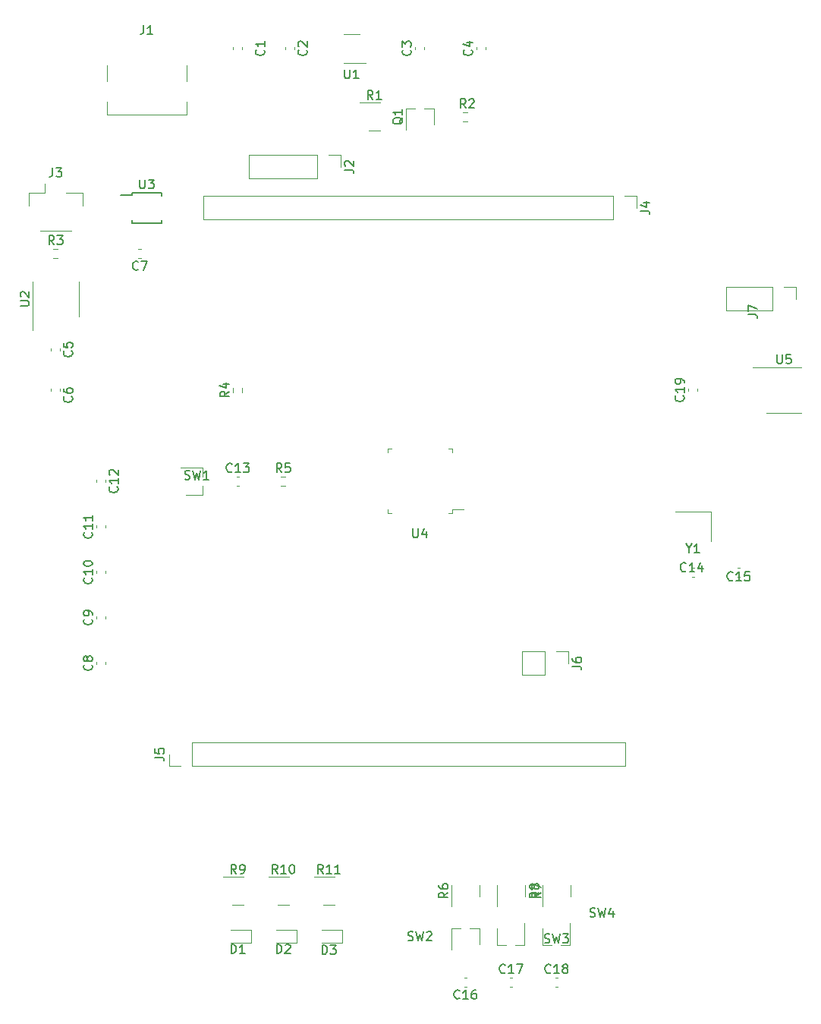
<source format=gbr>
%TF.GenerationSoftware,KiCad,Pcbnew,(6.0.7)*%
%TF.CreationDate,2022-10-07T16:54:50+08:00*%
%TF.ProjectId,__,5c1a2e6b-6963-4616-945f-706362585858,rev?*%
%TF.SameCoordinates,Original*%
%TF.FileFunction,Legend,Top*%
%TF.FilePolarity,Positive*%
%FSLAX46Y46*%
G04 Gerber Fmt 4.6, Leading zero omitted, Abs format (unit mm)*
G04 Created by KiCad (PCBNEW (6.0.7)) date 2022-10-07 16:54:50*
%MOMM*%
%LPD*%
G01*
G04 APERTURE LIST*
%ADD10C,0.150000*%
%ADD11C,0.120000*%
G04 APERTURE END LIST*
D10*
%TO.C,U2*%
X102732380Y-56641904D02*
X103541904Y-56641904D01*
X103637142Y-56594285D01*
X103684761Y-56546666D01*
X103732380Y-56451428D01*
X103732380Y-56260952D01*
X103684761Y-56165714D01*
X103637142Y-56118095D01*
X103541904Y-56070476D01*
X102732380Y-56070476D01*
X102827619Y-55641904D02*
X102780000Y-55594285D01*
X102732380Y-55499047D01*
X102732380Y-55260952D01*
X102780000Y-55165714D01*
X102827619Y-55118095D01*
X102922857Y-55070476D01*
X103018095Y-55070476D01*
X103160952Y-55118095D01*
X103732380Y-55689523D01*
X103732380Y-55070476D01*
%TO.C,C9*%
X110687142Y-91606666D02*
X110734761Y-91654285D01*
X110782380Y-91797142D01*
X110782380Y-91892380D01*
X110734761Y-92035238D01*
X110639523Y-92130476D01*
X110544285Y-92178095D01*
X110353809Y-92225714D01*
X110210952Y-92225714D01*
X110020476Y-92178095D01*
X109925238Y-92130476D01*
X109830000Y-92035238D01*
X109782380Y-91892380D01*
X109782380Y-91797142D01*
X109830000Y-91654285D01*
X109877619Y-91606666D01*
X110782380Y-91130476D02*
X110782380Y-90940000D01*
X110734761Y-90844761D01*
X110687142Y-90797142D01*
X110544285Y-90701904D01*
X110353809Y-90654285D01*
X109972857Y-90654285D01*
X109877619Y-90701904D01*
X109830000Y-90749523D01*
X109782380Y-90844761D01*
X109782380Y-91035238D01*
X109830000Y-91130476D01*
X109877619Y-91178095D01*
X109972857Y-91225714D01*
X110210952Y-91225714D01*
X110306190Y-91178095D01*
X110353809Y-91130476D01*
X110401428Y-91035238D01*
X110401428Y-90844761D01*
X110353809Y-90749523D01*
X110306190Y-90701904D01*
X110210952Y-90654285D01*
%TO.C,R3*%
X106513333Y-49822380D02*
X106180000Y-49346190D01*
X105941904Y-49822380D02*
X105941904Y-48822380D01*
X106322857Y-48822380D01*
X106418095Y-48870000D01*
X106465714Y-48917619D01*
X106513333Y-49012857D01*
X106513333Y-49155714D01*
X106465714Y-49250952D01*
X106418095Y-49298571D01*
X106322857Y-49346190D01*
X105941904Y-49346190D01*
X106846666Y-48822380D02*
X107465714Y-48822380D01*
X107132380Y-49203333D01*
X107275238Y-49203333D01*
X107370476Y-49250952D01*
X107418095Y-49298571D01*
X107465714Y-49393809D01*
X107465714Y-49631904D01*
X107418095Y-49727142D01*
X107370476Y-49774761D01*
X107275238Y-49822380D01*
X106989523Y-49822380D01*
X106894285Y-49774761D01*
X106846666Y-49727142D01*
%TO.C,U1*%
X138938095Y-30292380D02*
X138938095Y-31101904D01*
X138985714Y-31197142D01*
X139033333Y-31244761D01*
X139128571Y-31292380D01*
X139319047Y-31292380D01*
X139414285Y-31244761D01*
X139461904Y-31197142D01*
X139509523Y-31101904D01*
X139509523Y-30292380D01*
X140509523Y-31292380D02*
X139938095Y-31292380D01*
X140223809Y-31292380D02*
X140223809Y-30292380D01*
X140128571Y-30435238D01*
X140033333Y-30530476D01*
X139938095Y-30578095D01*
%TO.C,D2*%
X131341904Y-128882380D02*
X131341904Y-127882380D01*
X131580000Y-127882380D01*
X131722857Y-127930000D01*
X131818095Y-128025238D01*
X131865714Y-128120476D01*
X131913333Y-128310952D01*
X131913333Y-128453809D01*
X131865714Y-128644285D01*
X131818095Y-128739523D01*
X131722857Y-128834761D01*
X131580000Y-128882380D01*
X131341904Y-128882380D01*
X132294285Y-127977619D02*
X132341904Y-127930000D01*
X132437142Y-127882380D01*
X132675238Y-127882380D01*
X132770476Y-127930000D01*
X132818095Y-127977619D01*
X132865714Y-128072857D01*
X132865714Y-128168095D01*
X132818095Y-128310952D01*
X132246666Y-128882380D01*
X132865714Y-128882380D01*
%TO.C,C14*%
X177016562Y-86207142D02*
X176968943Y-86254761D01*
X176826086Y-86302380D01*
X176730848Y-86302380D01*
X176587991Y-86254761D01*
X176492753Y-86159523D01*
X176445134Y-86064285D01*
X176397515Y-85873809D01*
X176397515Y-85730952D01*
X176445134Y-85540476D01*
X176492753Y-85445238D01*
X176587991Y-85350000D01*
X176730848Y-85302380D01*
X176826086Y-85302380D01*
X176968943Y-85350000D01*
X177016562Y-85397619D01*
X177968943Y-86302380D02*
X177397515Y-86302380D01*
X177683229Y-86302380D02*
X177683229Y-85302380D01*
X177587991Y-85445238D01*
X177492753Y-85540476D01*
X177397515Y-85588095D01*
X178826086Y-85635714D02*
X178826086Y-86302380D01*
X178587991Y-85254761D02*
X178349896Y-85969047D01*
X178968943Y-85969047D01*
%TO.C,C3*%
X146247142Y-28106666D02*
X146294761Y-28154285D01*
X146342380Y-28297142D01*
X146342380Y-28392380D01*
X146294761Y-28535238D01*
X146199523Y-28630476D01*
X146104285Y-28678095D01*
X145913809Y-28725714D01*
X145770952Y-28725714D01*
X145580476Y-28678095D01*
X145485238Y-28630476D01*
X145390000Y-28535238D01*
X145342380Y-28392380D01*
X145342380Y-28297142D01*
X145390000Y-28154285D01*
X145437619Y-28106666D01*
X145342380Y-27773333D02*
X145342380Y-27154285D01*
X145723333Y-27487619D01*
X145723333Y-27344761D01*
X145770952Y-27249523D01*
X145818571Y-27201904D01*
X145913809Y-27154285D01*
X146151904Y-27154285D01*
X146247142Y-27201904D01*
X146294761Y-27249523D01*
X146342380Y-27344761D01*
X146342380Y-27630476D01*
X146294761Y-27725714D01*
X146247142Y-27773333D01*
%TO.C,SW3*%
X161226666Y-127674761D02*
X161369523Y-127722380D01*
X161607619Y-127722380D01*
X161702857Y-127674761D01*
X161750476Y-127627142D01*
X161798095Y-127531904D01*
X161798095Y-127436666D01*
X161750476Y-127341428D01*
X161702857Y-127293809D01*
X161607619Y-127246190D01*
X161417142Y-127198571D01*
X161321904Y-127150952D01*
X161274285Y-127103333D01*
X161226666Y-127008095D01*
X161226666Y-126912857D01*
X161274285Y-126817619D01*
X161321904Y-126770000D01*
X161417142Y-126722380D01*
X161655238Y-126722380D01*
X161798095Y-126770000D01*
X162131428Y-126722380D02*
X162369523Y-127722380D01*
X162560000Y-127008095D01*
X162750476Y-127722380D01*
X162988571Y-126722380D01*
X163274285Y-126722380D02*
X163893333Y-126722380D01*
X163560000Y-127103333D01*
X163702857Y-127103333D01*
X163798095Y-127150952D01*
X163845714Y-127198571D01*
X163893333Y-127293809D01*
X163893333Y-127531904D01*
X163845714Y-127627142D01*
X163798095Y-127674761D01*
X163702857Y-127722380D01*
X163417142Y-127722380D01*
X163321904Y-127674761D01*
X163274285Y-127627142D01*
%TO.C,J1*%
X116506666Y-25352380D02*
X116506666Y-26066666D01*
X116459047Y-26209523D01*
X116363809Y-26304761D01*
X116220952Y-26352380D01*
X116125714Y-26352380D01*
X117506666Y-26352380D02*
X116935238Y-26352380D01*
X117220952Y-26352380D02*
X117220952Y-25352380D01*
X117125714Y-25495238D01*
X117030476Y-25590476D01*
X116935238Y-25638095D01*
%TO.C,R4*%
X126022380Y-66206666D02*
X125546190Y-66540000D01*
X126022380Y-66778095D02*
X125022380Y-66778095D01*
X125022380Y-66397142D01*
X125070000Y-66301904D01*
X125117619Y-66254285D01*
X125212857Y-66206666D01*
X125355714Y-66206666D01*
X125450952Y-66254285D01*
X125498571Y-66301904D01*
X125546190Y-66397142D01*
X125546190Y-66778095D01*
X125355714Y-65349523D02*
X126022380Y-65349523D01*
X124974761Y-65587619D02*
X125689047Y-65825714D01*
X125689047Y-65206666D01*
%TO.C,R10*%
X131437142Y-119972380D02*
X131103809Y-119496190D01*
X130865714Y-119972380D02*
X130865714Y-118972380D01*
X131246666Y-118972380D01*
X131341904Y-119020000D01*
X131389523Y-119067619D01*
X131437142Y-119162857D01*
X131437142Y-119305714D01*
X131389523Y-119400952D01*
X131341904Y-119448571D01*
X131246666Y-119496190D01*
X130865714Y-119496190D01*
X132389523Y-119972380D02*
X131818095Y-119972380D01*
X132103809Y-119972380D02*
X132103809Y-118972380D01*
X132008571Y-119115238D01*
X131913333Y-119210476D01*
X131818095Y-119258095D01*
X133008571Y-118972380D02*
X133103809Y-118972380D01*
X133199047Y-119020000D01*
X133246666Y-119067619D01*
X133294285Y-119162857D01*
X133341904Y-119353333D01*
X133341904Y-119591428D01*
X133294285Y-119781904D01*
X133246666Y-119877142D01*
X133199047Y-119924761D01*
X133103809Y-119972380D01*
X133008571Y-119972380D01*
X132913333Y-119924761D01*
X132865714Y-119877142D01*
X132818095Y-119781904D01*
X132770476Y-119591428D01*
X132770476Y-119353333D01*
X132818095Y-119162857D01*
X132865714Y-119067619D01*
X132913333Y-119020000D01*
X133008571Y-118972380D01*
%TO.C,C4*%
X153092142Y-28106666D02*
X153139761Y-28154285D01*
X153187380Y-28297142D01*
X153187380Y-28392380D01*
X153139761Y-28535238D01*
X153044523Y-28630476D01*
X152949285Y-28678095D01*
X152758809Y-28725714D01*
X152615952Y-28725714D01*
X152425476Y-28678095D01*
X152330238Y-28630476D01*
X152235000Y-28535238D01*
X152187380Y-28392380D01*
X152187380Y-28297142D01*
X152235000Y-28154285D01*
X152282619Y-28106666D01*
X152520714Y-27249523D02*
X153187380Y-27249523D01*
X152139761Y-27487619D02*
X152854047Y-27725714D01*
X152854047Y-27106666D01*
%TO.C,R1*%
X142073333Y-33612380D02*
X141740000Y-33136190D01*
X141501904Y-33612380D02*
X141501904Y-32612380D01*
X141882857Y-32612380D01*
X141978095Y-32660000D01*
X142025714Y-32707619D01*
X142073333Y-32802857D01*
X142073333Y-32945714D01*
X142025714Y-33040952D01*
X141978095Y-33088571D01*
X141882857Y-33136190D01*
X141501904Y-33136190D01*
X143025714Y-33612380D02*
X142454285Y-33612380D01*
X142740000Y-33612380D02*
X142740000Y-32612380D01*
X142644761Y-32755238D01*
X142549523Y-32850476D01*
X142454285Y-32898095D01*
%TO.C,C11*%
X110687142Y-81922857D02*
X110734761Y-81970476D01*
X110782380Y-82113333D01*
X110782380Y-82208571D01*
X110734761Y-82351428D01*
X110639523Y-82446666D01*
X110544285Y-82494285D01*
X110353809Y-82541904D01*
X110210952Y-82541904D01*
X110020476Y-82494285D01*
X109925238Y-82446666D01*
X109830000Y-82351428D01*
X109782380Y-82208571D01*
X109782380Y-82113333D01*
X109830000Y-81970476D01*
X109877619Y-81922857D01*
X110782380Y-80970476D02*
X110782380Y-81541904D01*
X110782380Y-81256190D02*
X109782380Y-81256190D01*
X109925238Y-81351428D01*
X110020476Y-81446666D01*
X110068095Y-81541904D01*
X110782380Y-80018095D02*
X110782380Y-80589523D01*
X110782380Y-80303809D02*
X109782380Y-80303809D01*
X109925238Y-80399047D01*
X110020476Y-80494285D01*
X110068095Y-80589523D01*
%TO.C,J2*%
X138942380Y-41473333D02*
X139656666Y-41473333D01*
X139799523Y-41520952D01*
X139894761Y-41616190D01*
X139942380Y-41759047D01*
X139942380Y-41854285D01*
X139037619Y-41044761D02*
X138990000Y-40997142D01*
X138942380Y-40901904D01*
X138942380Y-40663809D01*
X138990000Y-40568571D01*
X139037619Y-40520952D01*
X139132857Y-40473333D01*
X139228095Y-40473333D01*
X139370952Y-40520952D01*
X139942380Y-41092380D01*
X139942380Y-40473333D01*
%TO.C,Y1*%
X177323809Y-83706190D02*
X177323809Y-84182380D01*
X176990476Y-83182380D02*
X177323809Y-83706190D01*
X177657142Y-83182380D01*
X178514285Y-84182380D02*
X177942857Y-84182380D01*
X178228571Y-84182380D02*
X178228571Y-83182380D01*
X178133333Y-83325238D01*
X178038095Y-83420476D01*
X177942857Y-83468095D01*
%TO.C,D3*%
X136421904Y-128976380D02*
X136421904Y-127976380D01*
X136660000Y-127976380D01*
X136802857Y-128024000D01*
X136898095Y-128119238D01*
X136945714Y-128214476D01*
X136993333Y-128404952D01*
X136993333Y-128547809D01*
X136945714Y-128738285D01*
X136898095Y-128833523D01*
X136802857Y-128928761D01*
X136660000Y-128976380D01*
X136421904Y-128976380D01*
X137326666Y-127976380D02*
X137945714Y-127976380D01*
X137612380Y-128357333D01*
X137755238Y-128357333D01*
X137850476Y-128404952D01*
X137898095Y-128452571D01*
X137945714Y-128547809D01*
X137945714Y-128785904D01*
X137898095Y-128881142D01*
X137850476Y-128928761D01*
X137755238Y-128976380D01*
X137469523Y-128976380D01*
X137374285Y-128928761D01*
X137326666Y-128881142D01*
%TO.C,C16*%
X151757142Y-133867142D02*
X151709523Y-133914761D01*
X151566666Y-133962380D01*
X151471428Y-133962380D01*
X151328571Y-133914761D01*
X151233333Y-133819523D01*
X151185714Y-133724285D01*
X151138095Y-133533809D01*
X151138095Y-133390952D01*
X151185714Y-133200476D01*
X151233333Y-133105238D01*
X151328571Y-133010000D01*
X151471428Y-132962380D01*
X151566666Y-132962380D01*
X151709523Y-133010000D01*
X151757142Y-133057619D01*
X152709523Y-133962380D02*
X152138095Y-133962380D01*
X152423809Y-133962380D02*
X152423809Y-132962380D01*
X152328571Y-133105238D01*
X152233333Y-133200476D01*
X152138095Y-133248095D01*
X153566666Y-132962380D02*
X153376190Y-132962380D01*
X153280952Y-133010000D01*
X153233333Y-133057619D01*
X153138095Y-133200476D01*
X153090476Y-133390952D01*
X153090476Y-133771904D01*
X153138095Y-133867142D01*
X153185714Y-133914761D01*
X153280952Y-133962380D01*
X153471428Y-133962380D01*
X153566666Y-133914761D01*
X153614285Y-133867142D01*
X153661904Y-133771904D01*
X153661904Y-133533809D01*
X153614285Y-133438571D01*
X153566666Y-133390952D01*
X153471428Y-133343333D01*
X153280952Y-133343333D01*
X153185714Y-133390952D01*
X153138095Y-133438571D01*
X153090476Y-133533809D01*
%TO.C,U4*%
X146558095Y-81502380D02*
X146558095Y-82311904D01*
X146605714Y-82407142D01*
X146653333Y-82454761D01*
X146748571Y-82502380D01*
X146939047Y-82502380D01*
X147034285Y-82454761D01*
X147081904Y-82407142D01*
X147129523Y-82311904D01*
X147129523Y-81502380D01*
X148034285Y-81835714D02*
X148034285Y-82502380D01*
X147796190Y-81454761D02*
X147558095Y-82169047D01*
X148177142Y-82169047D01*
%TO.C,C17*%
X156837142Y-131007142D02*
X156789523Y-131054761D01*
X156646666Y-131102380D01*
X156551428Y-131102380D01*
X156408571Y-131054761D01*
X156313333Y-130959523D01*
X156265714Y-130864285D01*
X156218095Y-130673809D01*
X156218095Y-130530952D01*
X156265714Y-130340476D01*
X156313333Y-130245238D01*
X156408571Y-130150000D01*
X156551428Y-130102380D01*
X156646666Y-130102380D01*
X156789523Y-130150000D01*
X156837142Y-130197619D01*
X157789523Y-131102380D02*
X157218095Y-131102380D01*
X157503809Y-131102380D02*
X157503809Y-130102380D01*
X157408571Y-130245238D01*
X157313333Y-130340476D01*
X157218095Y-130388095D01*
X158122857Y-130102380D02*
X158789523Y-130102380D01*
X158360952Y-131102380D01*
%TO.C,C13*%
X126357142Y-75127142D02*
X126309523Y-75174761D01*
X126166666Y-75222380D01*
X126071428Y-75222380D01*
X125928571Y-75174761D01*
X125833333Y-75079523D01*
X125785714Y-74984285D01*
X125738095Y-74793809D01*
X125738095Y-74650952D01*
X125785714Y-74460476D01*
X125833333Y-74365238D01*
X125928571Y-74270000D01*
X126071428Y-74222380D01*
X126166666Y-74222380D01*
X126309523Y-74270000D01*
X126357142Y-74317619D01*
X127309523Y-75222380D02*
X126738095Y-75222380D01*
X127023809Y-75222380D02*
X127023809Y-74222380D01*
X126928571Y-74365238D01*
X126833333Y-74460476D01*
X126738095Y-74508095D01*
X127642857Y-74222380D02*
X128261904Y-74222380D01*
X127928571Y-74603333D01*
X128071428Y-74603333D01*
X128166666Y-74650952D01*
X128214285Y-74698571D01*
X128261904Y-74793809D01*
X128261904Y-75031904D01*
X128214285Y-75127142D01*
X128166666Y-75174761D01*
X128071428Y-75222380D01*
X127785714Y-75222380D01*
X127690476Y-75174761D01*
X127642857Y-75127142D01*
%TO.C,C2*%
X134642142Y-28106666D02*
X134689761Y-28154285D01*
X134737380Y-28297142D01*
X134737380Y-28392380D01*
X134689761Y-28535238D01*
X134594523Y-28630476D01*
X134499285Y-28678095D01*
X134308809Y-28725714D01*
X134165952Y-28725714D01*
X133975476Y-28678095D01*
X133880238Y-28630476D01*
X133785000Y-28535238D01*
X133737380Y-28392380D01*
X133737380Y-28297142D01*
X133785000Y-28154285D01*
X133832619Y-28106666D01*
X133832619Y-27725714D02*
X133785000Y-27678095D01*
X133737380Y-27582857D01*
X133737380Y-27344761D01*
X133785000Y-27249523D01*
X133832619Y-27201904D01*
X133927857Y-27154285D01*
X134023095Y-27154285D01*
X134165952Y-27201904D01*
X134737380Y-27773333D01*
X134737380Y-27154285D01*
%TO.C,C8*%
X110687142Y-96686666D02*
X110734761Y-96734285D01*
X110782380Y-96877142D01*
X110782380Y-96972380D01*
X110734761Y-97115238D01*
X110639523Y-97210476D01*
X110544285Y-97258095D01*
X110353809Y-97305714D01*
X110210952Y-97305714D01*
X110020476Y-97258095D01*
X109925238Y-97210476D01*
X109830000Y-97115238D01*
X109782380Y-96972380D01*
X109782380Y-96877142D01*
X109830000Y-96734285D01*
X109877619Y-96686666D01*
X110210952Y-96115238D02*
X110163333Y-96210476D01*
X110115714Y-96258095D01*
X110020476Y-96305714D01*
X109972857Y-96305714D01*
X109877619Y-96258095D01*
X109830000Y-96210476D01*
X109782380Y-96115238D01*
X109782380Y-95924761D01*
X109830000Y-95829523D01*
X109877619Y-95781904D01*
X109972857Y-95734285D01*
X110020476Y-95734285D01*
X110115714Y-95781904D01*
X110163333Y-95829523D01*
X110210952Y-95924761D01*
X110210952Y-96115238D01*
X110258571Y-96210476D01*
X110306190Y-96258095D01*
X110401428Y-96305714D01*
X110591904Y-96305714D01*
X110687142Y-96258095D01*
X110734761Y-96210476D01*
X110782380Y-96115238D01*
X110782380Y-95924761D01*
X110734761Y-95829523D01*
X110687142Y-95781904D01*
X110591904Y-95734285D01*
X110401428Y-95734285D01*
X110306190Y-95781904D01*
X110258571Y-95829523D01*
X110210952Y-95924761D01*
%TO.C,C5*%
X108467142Y-61688986D02*
X108514761Y-61736605D01*
X108562380Y-61879462D01*
X108562380Y-61974700D01*
X108514761Y-62117558D01*
X108419523Y-62212796D01*
X108324285Y-62260415D01*
X108133809Y-62308034D01*
X107990952Y-62308034D01*
X107800476Y-62260415D01*
X107705238Y-62212796D01*
X107610000Y-62117558D01*
X107562380Y-61974700D01*
X107562380Y-61879462D01*
X107610000Y-61736605D01*
X107657619Y-61688986D01*
X107562380Y-60784224D02*
X107562380Y-61260415D01*
X108038571Y-61308034D01*
X107990952Y-61260415D01*
X107943333Y-61165177D01*
X107943333Y-60927081D01*
X107990952Y-60831843D01*
X108038571Y-60784224D01*
X108133809Y-60736605D01*
X108371904Y-60736605D01*
X108467142Y-60784224D01*
X108514761Y-60831843D01*
X108562380Y-60927081D01*
X108562380Y-61165177D01*
X108514761Y-61260415D01*
X108467142Y-61308034D01*
%TO.C,Q1*%
X145417619Y-35655238D02*
X145370000Y-35750476D01*
X145274761Y-35845714D01*
X145131904Y-35988571D01*
X145084285Y-36083809D01*
X145084285Y-36179047D01*
X145322380Y-36131428D02*
X145274761Y-36226666D01*
X145179523Y-36321904D01*
X144989047Y-36369523D01*
X144655714Y-36369523D01*
X144465238Y-36321904D01*
X144370000Y-36226666D01*
X144322380Y-36131428D01*
X144322380Y-35940952D01*
X144370000Y-35845714D01*
X144465238Y-35750476D01*
X144655714Y-35702857D01*
X144989047Y-35702857D01*
X145179523Y-35750476D01*
X145274761Y-35845714D01*
X145322380Y-35940952D01*
X145322380Y-36131428D01*
X145322380Y-34750476D02*
X145322380Y-35321904D01*
X145322380Y-35036190D02*
X144322380Y-35036190D01*
X144465238Y-35131428D01*
X144560476Y-35226666D01*
X144608095Y-35321904D01*
%TO.C,J6*%
X164342380Y-96853333D02*
X165056666Y-96853333D01*
X165199523Y-96900952D01*
X165294761Y-96996190D01*
X165342380Y-97139047D01*
X165342380Y-97234285D01*
X164342380Y-95948571D02*
X164342380Y-96139047D01*
X164390000Y-96234285D01*
X164437619Y-96281904D01*
X164580476Y-96377142D01*
X164770952Y-96424761D01*
X165151904Y-96424761D01*
X165247142Y-96377142D01*
X165294761Y-96329523D01*
X165342380Y-96234285D01*
X165342380Y-96043809D01*
X165294761Y-95948571D01*
X165247142Y-95900952D01*
X165151904Y-95853333D01*
X164913809Y-95853333D01*
X164818571Y-95900952D01*
X164770952Y-95948571D01*
X164723333Y-96043809D01*
X164723333Y-96234285D01*
X164770952Y-96329523D01*
X164818571Y-96377142D01*
X164913809Y-96424761D01*
%TO.C,SW4*%
X166306666Y-124774761D02*
X166449523Y-124822380D01*
X166687619Y-124822380D01*
X166782857Y-124774761D01*
X166830476Y-124727142D01*
X166878095Y-124631904D01*
X166878095Y-124536666D01*
X166830476Y-124441428D01*
X166782857Y-124393809D01*
X166687619Y-124346190D01*
X166497142Y-124298571D01*
X166401904Y-124250952D01*
X166354285Y-124203333D01*
X166306666Y-124108095D01*
X166306666Y-124012857D01*
X166354285Y-123917619D01*
X166401904Y-123870000D01*
X166497142Y-123822380D01*
X166735238Y-123822380D01*
X166878095Y-123870000D01*
X167211428Y-123822380D02*
X167449523Y-124822380D01*
X167640000Y-124108095D01*
X167830476Y-124822380D01*
X168068571Y-123822380D01*
X168878095Y-124155714D02*
X168878095Y-124822380D01*
X168640000Y-123774761D02*
X168401904Y-124489047D01*
X169020952Y-124489047D01*
%TO.C,SW1*%
X121094666Y-75969761D02*
X121237523Y-76017380D01*
X121475619Y-76017380D01*
X121570857Y-75969761D01*
X121618476Y-75922142D01*
X121666095Y-75826904D01*
X121666095Y-75731666D01*
X121618476Y-75636428D01*
X121570857Y-75588809D01*
X121475619Y-75541190D01*
X121285142Y-75493571D01*
X121189904Y-75445952D01*
X121142285Y-75398333D01*
X121094666Y-75303095D01*
X121094666Y-75207857D01*
X121142285Y-75112619D01*
X121189904Y-75065000D01*
X121285142Y-75017380D01*
X121523238Y-75017380D01*
X121666095Y-75065000D01*
X121999428Y-75017380D02*
X122237523Y-76017380D01*
X122428000Y-75303095D01*
X122618476Y-76017380D01*
X122856571Y-75017380D01*
X123761333Y-76017380D02*
X123189904Y-76017380D01*
X123475619Y-76017380D02*
X123475619Y-75017380D01*
X123380380Y-75160238D01*
X123285142Y-75255476D01*
X123189904Y-75303095D01*
%TO.C,SW2*%
X145986666Y-127404761D02*
X146129523Y-127452380D01*
X146367619Y-127452380D01*
X146462857Y-127404761D01*
X146510476Y-127357142D01*
X146558095Y-127261904D01*
X146558095Y-127166666D01*
X146510476Y-127071428D01*
X146462857Y-127023809D01*
X146367619Y-126976190D01*
X146177142Y-126928571D01*
X146081904Y-126880952D01*
X146034285Y-126833333D01*
X145986666Y-126738095D01*
X145986666Y-126642857D01*
X146034285Y-126547619D01*
X146081904Y-126500000D01*
X146177142Y-126452380D01*
X146415238Y-126452380D01*
X146558095Y-126500000D01*
X146891428Y-126452380D02*
X147129523Y-127452380D01*
X147320000Y-126738095D01*
X147510476Y-127452380D01*
X147748571Y-126452380D01*
X148081904Y-126547619D02*
X148129523Y-126500000D01*
X148224761Y-126452380D01*
X148462857Y-126452380D01*
X148558095Y-126500000D01*
X148605714Y-126547619D01*
X148653333Y-126642857D01*
X148653333Y-126738095D01*
X148605714Y-126880952D01*
X148034285Y-127452380D01*
X148653333Y-127452380D01*
%TO.C,C12*%
X113547142Y-76842857D02*
X113594761Y-76890476D01*
X113642380Y-77033333D01*
X113642380Y-77128571D01*
X113594761Y-77271428D01*
X113499523Y-77366666D01*
X113404285Y-77414285D01*
X113213809Y-77461904D01*
X113070952Y-77461904D01*
X112880476Y-77414285D01*
X112785238Y-77366666D01*
X112690000Y-77271428D01*
X112642380Y-77128571D01*
X112642380Y-77033333D01*
X112690000Y-76890476D01*
X112737619Y-76842857D01*
X113642380Y-75890476D02*
X113642380Y-76461904D01*
X113642380Y-76176190D02*
X112642380Y-76176190D01*
X112785238Y-76271428D01*
X112880476Y-76366666D01*
X112928095Y-76461904D01*
X112737619Y-75509523D02*
X112690000Y-75461904D01*
X112642380Y-75366666D01*
X112642380Y-75128571D01*
X112690000Y-75033333D01*
X112737619Y-74985714D01*
X112832857Y-74938095D01*
X112928095Y-74938095D01*
X113070952Y-74985714D01*
X113642380Y-75557142D01*
X113642380Y-74938095D01*
%TO.C,U3*%
X116078095Y-42572380D02*
X116078095Y-43381904D01*
X116125714Y-43477142D01*
X116173333Y-43524761D01*
X116268571Y-43572380D01*
X116459047Y-43572380D01*
X116554285Y-43524761D01*
X116601904Y-43477142D01*
X116649523Y-43381904D01*
X116649523Y-42572380D01*
X117030476Y-42572380D02*
X117649523Y-42572380D01*
X117316190Y-42953333D01*
X117459047Y-42953333D01*
X117554285Y-43000952D01*
X117601904Y-43048571D01*
X117649523Y-43143809D01*
X117649523Y-43381904D01*
X117601904Y-43477142D01*
X117554285Y-43524761D01*
X117459047Y-43572380D01*
X117173333Y-43572380D01*
X117078095Y-43524761D01*
X117030476Y-43477142D01*
%TO.C,J3*%
X106346666Y-41272380D02*
X106346666Y-41986666D01*
X106299047Y-42129523D01*
X106203809Y-42224761D01*
X106060952Y-42272380D01*
X105965714Y-42272380D01*
X106727619Y-41272380D02*
X107346666Y-41272380D01*
X107013333Y-41653333D01*
X107156190Y-41653333D01*
X107251428Y-41700952D01*
X107299047Y-41748571D01*
X107346666Y-41843809D01*
X107346666Y-42081904D01*
X107299047Y-42177142D01*
X107251428Y-42224761D01*
X107156190Y-42272380D01*
X106870476Y-42272380D01*
X106775238Y-42224761D01*
X106727619Y-42177142D01*
%TO.C,J7*%
X183983380Y-57610333D02*
X184697666Y-57610333D01*
X184840523Y-57657952D01*
X184935761Y-57753190D01*
X184983380Y-57896047D01*
X184983380Y-57991285D01*
X183983380Y-57229380D02*
X183983380Y-56562714D01*
X184983380Y-56991285D01*
%TO.C,J5*%
X117777380Y-107013333D02*
X118491666Y-107013333D01*
X118634523Y-107060952D01*
X118729761Y-107156190D01*
X118777380Y-107299047D01*
X118777380Y-107394285D01*
X117777380Y-106060952D02*
X117777380Y-106537142D01*
X118253571Y-106584761D01*
X118205952Y-106537142D01*
X118158333Y-106441904D01*
X118158333Y-106203809D01*
X118205952Y-106108571D01*
X118253571Y-106060952D01*
X118348809Y-106013333D01*
X118586904Y-106013333D01*
X118682142Y-106060952D01*
X118729761Y-106108571D01*
X118777380Y-106203809D01*
X118777380Y-106441904D01*
X118729761Y-106537142D01*
X118682142Y-106584761D01*
%TO.C,C10*%
X110687142Y-87002857D02*
X110734761Y-87050476D01*
X110782380Y-87193333D01*
X110782380Y-87288571D01*
X110734761Y-87431428D01*
X110639523Y-87526666D01*
X110544285Y-87574285D01*
X110353809Y-87621904D01*
X110210952Y-87621904D01*
X110020476Y-87574285D01*
X109925238Y-87526666D01*
X109830000Y-87431428D01*
X109782380Y-87288571D01*
X109782380Y-87193333D01*
X109830000Y-87050476D01*
X109877619Y-87002857D01*
X110782380Y-86050476D02*
X110782380Y-86621904D01*
X110782380Y-86336190D02*
X109782380Y-86336190D01*
X109925238Y-86431428D01*
X110020476Y-86526666D01*
X110068095Y-86621904D01*
X109782380Y-85431428D02*
X109782380Y-85336190D01*
X109830000Y-85240952D01*
X109877619Y-85193333D01*
X109972857Y-85145714D01*
X110163333Y-85098095D01*
X110401428Y-85098095D01*
X110591904Y-85145714D01*
X110687142Y-85193333D01*
X110734761Y-85240952D01*
X110782380Y-85336190D01*
X110782380Y-85431428D01*
X110734761Y-85526666D01*
X110687142Y-85574285D01*
X110591904Y-85621904D01*
X110401428Y-85669523D01*
X110163333Y-85669523D01*
X109972857Y-85621904D01*
X109877619Y-85574285D01*
X109830000Y-85526666D01*
X109782380Y-85431428D01*
%TO.C,R7*%
X160832380Y-122086666D02*
X160356190Y-122420000D01*
X160832380Y-122658095D02*
X159832380Y-122658095D01*
X159832380Y-122277142D01*
X159880000Y-122181904D01*
X159927619Y-122134285D01*
X160022857Y-122086666D01*
X160165714Y-122086666D01*
X160260952Y-122134285D01*
X160308571Y-122181904D01*
X160356190Y-122277142D01*
X160356190Y-122658095D01*
X159832380Y-121753333D02*
X159832380Y-121086666D01*
X160832380Y-121515238D01*
%TO.C,C1*%
X129897142Y-28106666D02*
X129944761Y-28154285D01*
X129992380Y-28297142D01*
X129992380Y-28392380D01*
X129944761Y-28535238D01*
X129849523Y-28630476D01*
X129754285Y-28678095D01*
X129563809Y-28725714D01*
X129420952Y-28725714D01*
X129230476Y-28678095D01*
X129135238Y-28630476D01*
X129040000Y-28535238D01*
X128992380Y-28392380D01*
X128992380Y-28297142D01*
X129040000Y-28154285D01*
X129087619Y-28106666D01*
X129992380Y-27154285D02*
X129992380Y-27725714D01*
X129992380Y-27440000D02*
X128992380Y-27440000D01*
X129135238Y-27535238D01*
X129230476Y-27630476D01*
X129278095Y-27725714D01*
%TO.C,U5*%
X187183095Y-62092380D02*
X187183095Y-62901904D01*
X187230714Y-62997142D01*
X187278333Y-63044761D01*
X187373571Y-63092380D01*
X187564047Y-63092380D01*
X187659285Y-63044761D01*
X187706904Y-62997142D01*
X187754523Y-62901904D01*
X187754523Y-62092380D01*
X188706904Y-62092380D02*
X188230714Y-62092380D01*
X188183095Y-62568571D01*
X188230714Y-62520952D01*
X188325952Y-62473333D01*
X188564047Y-62473333D01*
X188659285Y-62520952D01*
X188706904Y-62568571D01*
X188754523Y-62663809D01*
X188754523Y-62901904D01*
X188706904Y-62997142D01*
X188659285Y-63044761D01*
X188564047Y-63092380D01*
X188325952Y-63092380D01*
X188230714Y-63044761D01*
X188183095Y-62997142D01*
%TO.C,R6*%
X150452380Y-122086666D02*
X149976190Y-122420000D01*
X150452380Y-122658095D02*
X149452380Y-122658095D01*
X149452380Y-122277142D01*
X149500000Y-122181904D01*
X149547619Y-122134285D01*
X149642857Y-122086666D01*
X149785714Y-122086666D01*
X149880952Y-122134285D01*
X149928571Y-122181904D01*
X149976190Y-122277142D01*
X149976190Y-122658095D01*
X149452380Y-121229523D02*
X149452380Y-121420000D01*
X149500000Y-121515238D01*
X149547619Y-121562857D01*
X149690476Y-121658095D01*
X149880952Y-121705714D01*
X150261904Y-121705714D01*
X150357142Y-121658095D01*
X150404761Y-121610476D01*
X150452380Y-121515238D01*
X150452380Y-121324761D01*
X150404761Y-121229523D01*
X150357142Y-121181904D01*
X150261904Y-121134285D01*
X150023809Y-121134285D01*
X149928571Y-121181904D01*
X149880952Y-121229523D01*
X149833333Y-121324761D01*
X149833333Y-121515238D01*
X149880952Y-121610476D01*
X149928571Y-121658095D01*
X150023809Y-121705714D01*
%TO.C,C18*%
X161917142Y-131007142D02*
X161869523Y-131054761D01*
X161726666Y-131102380D01*
X161631428Y-131102380D01*
X161488571Y-131054761D01*
X161393333Y-130959523D01*
X161345714Y-130864285D01*
X161298095Y-130673809D01*
X161298095Y-130530952D01*
X161345714Y-130340476D01*
X161393333Y-130245238D01*
X161488571Y-130150000D01*
X161631428Y-130102380D01*
X161726666Y-130102380D01*
X161869523Y-130150000D01*
X161917142Y-130197619D01*
X162869523Y-131102380D02*
X162298095Y-131102380D01*
X162583809Y-131102380D02*
X162583809Y-130102380D01*
X162488571Y-130245238D01*
X162393333Y-130340476D01*
X162298095Y-130388095D01*
X163440952Y-130530952D02*
X163345714Y-130483333D01*
X163298095Y-130435714D01*
X163250476Y-130340476D01*
X163250476Y-130292857D01*
X163298095Y-130197619D01*
X163345714Y-130150000D01*
X163440952Y-130102380D01*
X163631428Y-130102380D01*
X163726666Y-130150000D01*
X163774285Y-130197619D01*
X163821904Y-130292857D01*
X163821904Y-130340476D01*
X163774285Y-130435714D01*
X163726666Y-130483333D01*
X163631428Y-130530952D01*
X163440952Y-130530952D01*
X163345714Y-130578571D01*
X163298095Y-130626190D01*
X163250476Y-130721428D01*
X163250476Y-130911904D01*
X163298095Y-131007142D01*
X163345714Y-131054761D01*
X163440952Y-131102380D01*
X163631428Y-131102380D01*
X163726666Y-131054761D01*
X163774285Y-131007142D01*
X163821904Y-130911904D01*
X163821904Y-130721428D01*
X163774285Y-130626190D01*
X163726666Y-130578571D01*
X163631428Y-130530952D01*
%TO.C,C15*%
X182237142Y-87227142D02*
X182189523Y-87274761D01*
X182046666Y-87322380D01*
X181951428Y-87322380D01*
X181808571Y-87274761D01*
X181713333Y-87179523D01*
X181665714Y-87084285D01*
X181618095Y-86893809D01*
X181618095Y-86750952D01*
X181665714Y-86560476D01*
X181713333Y-86465238D01*
X181808571Y-86370000D01*
X181951428Y-86322380D01*
X182046666Y-86322380D01*
X182189523Y-86370000D01*
X182237142Y-86417619D01*
X183189523Y-87322380D02*
X182618095Y-87322380D01*
X182903809Y-87322380D02*
X182903809Y-86322380D01*
X182808571Y-86465238D01*
X182713333Y-86560476D01*
X182618095Y-86608095D01*
X184094285Y-86322380D02*
X183618095Y-86322380D01*
X183570476Y-86798571D01*
X183618095Y-86750952D01*
X183713333Y-86703333D01*
X183951428Y-86703333D01*
X184046666Y-86750952D01*
X184094285Y-86798571D01*
X184141904Y-86893809D01*
X184141904Y-87131904D01*
X184094285Y-87227142D01*
X184046666Y-87274761D01*
X183951428Y-87322380D01*
X183713333Y-87322380D01*
X183618095Y-87274761D01*
X183570476Y-87227142D01*
%TO.C,C19*%
X176712142Y-66682857D02*
X176759761Y-66730476D01*
X176807380Y-66873333D01*
X176807380Y-66968571D01*
X176759761Y-67111428D01*
X176664523Y-67206666D01*
X176569285Y-67254285D01*
X176378809Y-67301904D01*
X176235952Y-67301904D01*
X176045476Y-67254285D01*
X175950238Y-67206666D01*
X175855000Y-67111428D01*
X175807380Y-66968571D01*
X175807380Y-66873333D01*
X175855000Y-66730476D01*
X175902619Y-66682857D01*
X176807380Y-65730476D02*
X176807380Y-66301904D01*
X176807380Y-66016190D02*
X175807380Y-66016190D01*
X175950238Y-66111428D01*
X176045476Y-66206666D01*
X176093095Y-66301904D01*
X176807380Y-65254285D02*
X176807380Y-65063809D01*
X176759761Y-64968571D01*
X176712142Y-64920952D01*
X176569285Y-64825714D01*
X176378809Y-64778095D01*
X175997857Y-64778095D01*
X175902619Y-64825714D01*
X175855000Y-64873333D01*
X175807380Y-64968571D01*
X175807380Y-65159047D01*
X175855000Y-65254285D01*
X175902619Y-65301904D01*
X175997857Y-65349523D01*
X176235952Y-65349523D01*
X176331190Y-65301904D01*
X176378809Y-65254285D01*
X176426428Y-65159047D01*
X176426428Y-64968571D01*
X176378809Y-64873333D01*
X176331190Y-64825714D01*
X176235952Y-64778095D01*
%TO.C,R5*%
X131913333Y-75222380D02*
X131580000Y-74746190D01*
X131341904Y-75222380D02*
X131341904Y-74222380D01*
X131722857Y-74222380D01*
X131818095Y-74270000D01*
X131865714Y-74317619D01*
X131913333Y-74412857D01*
X131913333Y-74555714D01*
X131865714Y-74650952D01*
X131818095Y-74698571D01*
X131722857Y-74746190D01*
X131341904Y-74746190D01*
X132818095Y-74222380D02*
X132341904Y-74222380D01*
X132294285Y-74698571D01*
X132341904Y-74650952D01*
X132437142Y-74603333D01*
X132675238Y-74603333D01*
X132770476Y-74650952D01*
X132818095Y-74698571D01*
X132865714Y-74793809D01*
X132865714Y-75031904D01*
X132818095Y-75127142D01*
X132770476Y-75174761D01*
X132675238Y-75222380D01*
X132437142Y-75222380D01*
X132341904Y-75174761D01*
X132294285Y-75127142D01*
%TO.C,C6*%
X108467142Y-66768986D02*
X108514761Y-66816605D01*
X108562380Y-66959462D01*
X108562380Y-67054700D01*
X108514761Y-67197558D01*
X108419523Y-67292796D01*
X108324285Y-67340415D01*
X108133809Y-67388034D01*
X107990952Y-67388034D01*
X107800476Y-67340415D01*
X107705238Y-67292796D01*
X107610000Y-67197558D01*
X107562380Y-67054700D01*
X107562380Y-66959462D01*
X107610000Y-66816605D01*
X107657619Y-66768986D01*
X107562380Y-65911843D02*
X107562380Y-66102320D01*
X107610000Y-66197558D01*
X107657619Y-66245177D01*
X107800476Y-66340415D01*
X107990952Y-66388034D01*
X108371904Y-66388034D01*
X108467142Y-66340415D01*
X108514761Y-66292796D01*
X108562380Y-66197558D01*
X108562380Y-66007081D01*
X108514761Y-65911843D01*
X108467142Y-65864224D01*
X108371904Y-65816605D01*
X108133809Y-65816605D01*
X108038571Y-65864224D01*
X107990952Y-65911843D01*
X107943333Y-66007081D01*
X107943333Y-66197558D01*
X107990952Y-66292796D01*
X108038571Y-66340415D01*
X108133809Y-66388034D01*
%TO.C,C7*%
X115898333Y-52587142D02*
X115850714Y-52634761D01*
X115707857Y-52682380D01*
X115612619Y-52682380D01*
X115469761Y-52634761D01*
X115374523Y-52539523D01*
X115326904Y-52444285D01*
X115279285Y-52253809D01*
X115279285Y-52110952D01*
X115326904Y-51920476D01*
X115374523Y-51825238D01*
X115469761Y-51730000D01*
X115612619Y-51682380D01*
X115707857Y-51682380D01*
X115850714Y-51730000D01*
X115898333Y-51777619D01*
X116231666Y-51682380D02*
X116898333Y-51682380D01*
X116469761Y-52682380D01*
%TO.C,R9*%
X126833333Y-119972380D02*
X126500000Y-119496190D01*
X126261904Y-119972380D02*
X126261904Y-118972380D01*
X126642857Y-118972380D01*
X126738095Y-119020000D01*
X126785714Y-119067619D01*
X126833333Y-119162857D01*
X126833333Y-119305714D01*
X126785714Y-119400952D01*
X126738095Y-119448571D01*
X126642857Y-119496190D01*
X126261904Y-119496190D01*
X127309523Y-119972380D02*
X127500000Y-119972380D01*
X127595238Y-119924761D01*
X127642857Y-119877142D01*
X127738095Y-119734285D01*
X127785714Y-119543809D01*
X127785714Y-119162857D01*
X127738095Y-119067619D01*
X127690476Y-119020000D01*
X127595238Y-118972380D01*
X127404761Y-118972380D01*
X127309523Y-119020000D01*
X127261904Y-119067619D01*
X127214285Y-119162857D01*
X127214285Y-119400952D01*
X127261904Y-119496190D01*
X127309523Y-119543809D01*
X127404761Y-119591428D01*
X127595238Y-119591428D01*
X127690476Y-119543809D01*
X127738095Y-119496190D01*
X127785714Y-119400952D01*
%TO.C,R2*%
X152443333Y-34582380D02*
X152110000Y-34106190D01*
X151871904Y-34582380D02*
X151871904Y-33582380D01*
X152252857Y-33582380D01*
X152348095Y-33630000D01*
X152395714Y-33677619D01*
X152443333Y-33772857D01*
X152443333Y-33915714D01*
X152395714Y-34010952D01*
X152348095Y-34058571D01*
X152252857Y-34106190D01*
X151871904Y-34106190D01*
X152824285Y-33677619D02*
X152871904Y-33630000D01*
X152967142Y-33582380D01*
X153205238Y-33582380D01*
X153300476Y-33630000D01*
X153348095Y-33677619D01*
X153395714Y-33772857D01*
X153395714Y-33868095D01*
X153348095Y-34010952D01*
X152776666Y-34582380D01*
X153395714Y-34582380D01*
%TO.C,R8*%
X160612380Y-122086666D02*
X160136190Y-122420000D01*
X160612380Y-122658095D02*
X159612380Y-122658095D01*
X159612380Y-122277142D01*
X159660000Y-122181904D01*
X159707619Y-122134285D01*
X159802857Y-122086666D01*
X159945714Y-122086666D01*
X160040952Y-122134285D01*
X160088571Y-122181904D01*
X160136190Y-122277142D01*
X160136190Y-122658095D01*
X160040952Y-121515238D02*
X159993333Y-121610476D01*
X159945714Y-121658095D01*
X159850476Y-121705714D01*
X159802857Y-121705714D01*
X159707619Y-121658095D01*
X159660000Y-121610476D01*
X159612380Y-121515238D01*
X159612380Y-121324761D01*
X159660000Y-121229523D01*
X159707619Y-121181904D01*
X159802857Y-121134285D01*
X159850476Y-121134285D01*
X159945714Y-121181904D01*
X159993333Y-121229523D01*
X160040952Y-121324761D01*
X160040952Y-121515238D01*
X160088571Y-121610476D01*
X160136190Y-121658095D01*
X160231428Y-121705714D01*
X160421904Y-121705714D01*
X160517142Y-121658095D01*
X160564761Y-121610476D01*
X160612380Y-121515238D01*
X160612380Y-121324761D01*
X160564761Y-121229523D01*
X160517142Y-121181904D01*
X160421904Y-121134285D01*
X160231428Y-121134285D01*
X160136190Y-121181904D01*
X160088571Y-121229523D01*
X160040952Y-121324761D01*
%TO.C,R11*%
X136517142Y-119972380D02*
X136183809Y-119496190D01*
X135945714Y-119972380D02*
X135945714Y-118972380D01*
X136326666Y-118972380D01*
X136421904Y-119020000D01*
X136469523Y-119067619D01*
X136517142Y-119162857D01*
X136517142Y-119305714D01*
X136469523Y-119400952D01*
X136421904Y-119448571D01*
X136326666Y-119496190D01*
X135945714Y-119496190D01*
X137469523Y-119972380D02*
X136898095Y-119972380D01*
X137183809Y-119972380D02*
X137183809Y-118972380D01*
X137088571Y-119115238D01*
X136993333Y-119210476D01*
X136898095Y-119258095D01*
X138421904Y-119972380D02*
X137850476Y-119972380D01*
X138136190Y-119972380D02*
X138136190Y-118972380D01*
X138040952Y-119115238D01*
X137945714Y-119210476D01*
X137850476Y-119258095D01*
%TO.C,D1*%
X126261904Y-128882380D02*
X126261904Y-127882380D01*
X126500000Y-127882380D01*
X126642857Y-127930000D01*
X126738095Y-128025238D01*
X126785714Y-128120476D01*
X126833333Y-128310952D01*
X126833333Y-128453809D01*
X126785714Y-128644285D01*
X126738095Y-128739523D01*
X126642857Y-128834761D01*
X126500000Y-128882380D01*
X126261904Y-128882380D01*
X127785714Y-128882380D02*
X127214285Y-128882380D01*
X127500000Y-128882380D02*
X127500000Y-127882380D01*
X127404761Y-128025238D01*
X127309523Y-128120476D01*
X127214285Y-128168095D01*
%TO.C,J4*%
X171962380Y-46053333D02*
X172676666Y-46053333D01*
X172819523Y-46100952D01*
X172914761Y-46196190D01*
X172962380Y-46339047D01*
X172962380Y-46434285D01*
X172295714Y-45148571D02*
X172962380Y-45148571D01*
X171914761Y-45386666D02*
X172629047Y-45624761D01*
X172629047Y-45005714D01*
D11*
%TO.C,U2*%
X109240000Y-55880000D02*
X109240000Y-57830000D01*
X104120000Y-55880000D02*
X104120000Y-53930000D01*
X104120000Y-55880000D02*
X104120000Y-59330000D01*
X109240000Y-55880000D02*
X109240000Y-53930000D01*
%TO.C,C9*%
X111250000Y-91580580D02*
X111250000Y-91299420D01*
X112270000Y-91580580D02*
X112270000Y-91299420D01*
%TO.C,R3*%
X106442742Y-51322500D02*
X106917258Y-51322500D01*
X106442742Y-50277500D02*
X106917258Y-50277500D01*
%TO.C,U1*%
X140600000Y-26330000D02*
X138800000Y-26330000D01*
X138800000Y-29550000D02*
X141250000Y-29550000D01*
%TO.C,D2*%
X131280000Y-127735000D02*
X133565000Y-127735000D01*
X133565000Y-126265000D02*
X131280000Y-126265000D01*
X133565000Y-127735000D02*
X133565000Y-126265000D01*
%TO.C,C14*%
X177940580Y-85850000D02*
X177659420Y-85850000D01*
X177940580Y-86870000D02*
X177659420Y-86870000D01*
%TO.C,C3*%
X147830000Y-28080580D02*
X147830000Y-27799420D01*
X146810000Y-28080580D02*
X146810000Y-27799420D01*
%TO.C,SW3*%
X158980000Y-127950000D02*
X157980000Y-127950000D01*
X156980000Y-127950000D02*
X155930000Y-127950000D01*
X155930000Y-127950000D02*
X155930000Y-126100000D01*
X158990000Y-127930000D02*
X158990000Y-125500000D01*
%TO.C,J1*%
X121310000Y-35320000D02*
X112370000Y-35320000D01*
X121310000Y-29810000D02*
X121310000Y-31610000D01*
X112370000Y-35320000D02*
X112370000Y-33860000D01*
X112370000Y-29810000D02*
X112370000Y-31610000D01*
X121310000Y-35320000D02*
X121310000Y-33860000D01*
%TO.C,R4*%
X126477500Y-66277258D02*
X126477500Y-65802742D01*
X127522500Y-66277258D02*
X127522500Y-65802742D01*
%TO.C,R10*%
X132080000Y-120360000D02*
X130405000Y-120360000D01*
X132080000Y-123480000D02*
X131430000Y-123480000D01*
X132080000Y-120360000D02*
X132730000Y-120360000D01*
X132080000Y-123480000D02*
X132730000Y-123480000D01*
%TO.C,C4*%
X154675000Y-28080580D02*
X154675000Y-27799420D01*
X153655000Y-28080580D02*
X153655000Y-27799420D01*
%TO.C,R1*%
X142240000Y-34000000D02*
X140565000Y-34000000D01*
X142240000Y-37120000D02*
X141590000Y-37120000D01*
X142240000Y-37120000D02*
X142890000Y-37120000D01*
X142240000Y-34000000D02*
X142890000Y-34000000D01*
%TO.C,C11*%
X111250000Y-81420580D02*
X111250000Y-81139420D01*
X112270000Y-81420580D02*
X112270000Y-81139420D01*
%TO.C,J2*%
X138490000Y-39810000D02*
X138490000Y-41140000D01*
X128210000Y-39810000D02*
X128210000Y-42470000D01*
X137160000Y-39810000D02*
X138490000Y-39810000D01*
X135890000Y-39810000D02*
X128210000Y-39810000D01*
X135890000Y-42470000D02*
X128210000Y-42470000D01*
X135890000Y-39810000D02*
X135890000Y-42470000D01*
%TO.C,Y1*%
X179800000Y-82930000D02*
X179800000Y-79630000D01*
X179800000Y-79630000D02*
X175800000Y-79630000D01*
%TO.C,D3*%
X138645000Y-127735000D02*
X138645000Y-126265000D01*
X136360000Y-127735000D02*
X138645000Y-127735000D01*
X138645000Y-126265000D02*
X136360000Y-126265000D01*
%TO.C,C16*%
X152540580Y-132590000D02*
X152259420Y-132590000D01*
X152540580Y-131570000D02*
X152259420Y-131570000D01*
%TO.C,U4*%
X150480000Y-72590000D02*
X150930000Y-72590000D01*
X150930000Y-79360000D02*
X152220000Y-79360000D01*
X150480000Y-79810000D02*
X150930000Y-79810000D01*
X150930000Y-72590000D02*
X150930000Y-73040000D01*
X144160000Y-79810000D02*
X143710000Y-79810000D01*
X150930000Y-79810000D02*
X150930000Y-79360000D01*
X144160000Y-72590000D02*
X143710000Y-72590000D01*
X143710000Y-72590000D02*
X143710000Y-73040000D01*
X143710000Y-79810000D02*
X143710000Y-79360000D01*
%TO.C,C17*%
X157339420Y-131570000D02*
X157620580Y-131570000D01*
X157339420Y-132590000D02*
X157620580Y-132590000D01*
%TO.C,C13*%
X126859420Y-75690000D02*
X127140580Y-75690000D01*
X126859420Y-76710000D02*
X127140580Y-76710000D01*
%TO.C,C2*%
X133365000Y-27799420D02*
X133365000Y-28080580D01*
X132345000Y-27799420D02*
X132345000Y-28080580D01*
%TO.C,C8*%
X112270000Y-96660580D02*
X112270000Y-96379420D01*
X111250000Y-96660580D02*
X111250000Y-96379420D01*
%TO.C,C5*%
X106170000Y-61381740D02*
X106170000Y-61662900D01*
X107190000Y-61381740D02*
X107190000Y-61662900D01*
%TO.C,Q1*%
X145810000Y-34630000D02*
X145810000Y-37060000D01*
X145820000Y-34610000D02*
X146820000Y-34610000D01*
X147820000Y-34610000D02*
X148870000Y-34610000D01*
X148870000Y-34610000D02*
X148870000Y-36460000D01*
%TO.C,J6*%
X158690000Y-95190000D02*
X158690000Y-97850000D01*
X163890000Y-95190000D02*
X163890000Y-96520000D01*
X161290000Y-95190000D02*
X158690000Y-95190000D01*
X161290000Y-97850000D02*
X158690000Y-97850000D01*
X161290000Y-95190000D02*
X161290000Y-97850000D01*
X162560000Y-95190000D02*
X163890000Y-95190000D01*
%TO.C,SW4*%
X162060000Y-127950000D02*
X161010000Y-127950000D01*
X164070000Y-127930000D02*
X164070000Y-125500000D01*
X164060000Y-127950000D02*
X163060000Y-127950000D01*
X161010000Y-127950000D02*
X161010000Y-126100000D01*
%TO.C,SW1*%
X123084000Y-77750000D02*
X121234000Y-77750000D01*
X123064000Y-74690000D02*
X120634000Y-74690000D01*
X123084000Y-76700000D02*
X123084000Y-77750000D01*
X123084000Y-74700000D02*
X123084000Y-75700000D01*
%TO.C,SW2*%
X153950000Y-126050000D02*
X153950000Y-127900000D01*
X150900000Y-126050000D02*
X151900000Y-126050000D01*
X152900000Y-126050000D02*
X153950000Y-126050000D01*
X150890000Y-126070000D02*
X150890000Y-128500000D01*
%TO.C,C12*%
X111250000Y-76059420D02*
X111250000Y-76340580D01*
X112270000Y-76059420D02*
X112270000Y-76340580D01*
D10*
%TO.C,U3*%
X115165000Y-47395000D02*
X118515000Y-47395000D01*
X118515000Y-47395000D02*
X118515000Y-47095000D01*
X115165000Y-47395000D02*
X115165000Y-47095000D01*
X115165000Y-44045000D02*
X118515000Y-44045000D01*
X115165000Y-44270000D02*
X113940000Y-44270000D01*
X118515000Y-44045000D02*
X118515000Y-44345000D01*
X115165000Y-44045000D02*
X115165000Y-44270000D01*
D11*
%TO.C,J3*%
X105495000Y-44010000D02*
X105495000Y-43020000D01*
X109665000Y-44010000D02*
X107865000Y-44010000D01*
X103695000Y-45460000D02*
X103695000Y-44010000D01*
X104965000Y-48280000D02*
X108395000Y-48280000D01*
X103695000Y-44010000D02*
X105495000Y-44010000D01*
X109665000Y-45460000D02*
X109665000Y-44010000D01*
%TO.C,J7*%
X186675000Y-54550000D02*
X186675000Y-57210000D01*
X187945000Y-54550000D02*
X189275000Y-54550000D01*
X181535000Y-54550000D02*
X181535000Y-57210000D01*
X186675000Y-57210000D02*
X181535000Y-57210000D01*
X186675000Y-54550000D02*
X181535000Y-54550000D01*
X189275000Y-54550000D02*
X189275000Y-55880000D01*
%TO.C,J5*%
X119325000Y-108010000D02*
X119325000Y-106680000D01*
X170245000Y-108010000D02*
X170245000Y-105350000D01*
X121925000Y-108010000D02*
X121925000Y-105350000D01*
X121925000Y-105350000D02*
X170245000Y-105350000D01*
X121925000Y-108010000D02*
X170245000Y-108010000D01*
X120655000Y-108010000D02*
X119325000Y-108010000D01*
%TO.C,C10*%
X112270000Y-86500580D02*
X112270000Y-86219420D01*
X111250000Y-86500580D02*
X111250000Y-86219420D01*
%TO.C,R7*%
X159040000Y-121920000D02*
X159040000Y-121270000D01*
X159040000Y-121920000D02*
X159040000Y-122570000D01*
X155920000Y-121920000D02*
X155920000Y-123595000D01*
X155920000Y-121920000D02*
X155920000Y-121270000D01*
%TO.C,C1*%
X127510000Y-27799420D02*
X127510000Y-28080580D01*
X126490000Y-27799420D02*
X126490000Y-28080580D01*
%TO.C,U5*%
X187945000Y-68600000D02*
X189895000Y-68600000D01*
X187945000Y-63480000D02*
X184495000Y-63480000D01*
X187945000Y-68600000D02*
X185995000Y-68600000D01*
X187945000Y-63480000D02*
X189895000Y-63480000D01*
%TO.C,R6*%
X150840000Y-121920000D02*
X150840000Y-123595000D01*
X153960000Y-121920000D02*
X153960000Y-122570000D01*
X153960000Y-121920000D02*
X153960000Y-121270000D01*
X150840000Y-121920000D02*
X150840000Y-121270000D01*
%TO.C,C18*%
X162419420Y-132590000D02*
X162700580Y-132590000D01*
X162419420Y-131570000D02*
X162700580Y-131570000D01*
%TO.C,C15*%
X182739420Y-85850000D02*
X183020580Y-85850000D01*
X182739420Y-86870000D02*
X183020580Y-86870000D01*
%TO.C,C19*%
X178295000Y-66180580D02*
X178295000Y-65899420D01*
X177275000Y-66180580D02*
X177275000Y-65899420D01*
%TO.C,R5*%
X131842742Y-76722500D02*
X132317258Y-76722500D01*
X131842742Y-75677500D02*
X132317258Y-75677500D01*
%TO.C,C6*%
X107190000Y-65899420D02*
X107190000Y-66180580D01*
X106170000Y-65899420D02*
X106170000Y-66180580D01*
%TO.C,C7*%
X116205580Y-51310000D02*
X115924420Y-51310000D01*
X116205580Y-50290000D02*
X115924420Y-50290000D01*
%TO.C,R9*%
X127000000Y-120360000D02*
X125325000Y-120360000D01*
X127000000Y-123480000D02*
X127650000Y-123480000D01*
X127000000Y-120360000D02*
X127650000Y-120360000D01*
X127000000Y-123480000D02*
X126350000Y-123480000D01*
%TO.C,R2*%
X152162742Y-35037500D02*
X152637258Y-35037500D01*
X152162742Y-36082500D02*
X152637258Y-36082500D01*
%TO.C,R8*%
X161000000Y-121920000D02*
X161000000Y-121270000D01*
X161000000Y-121920000D02*
X161000000Y-123595000D01*
X164120000Y-121920000D02*
X164120000Y-121270000D01*
X164120000Y-121920000D02*
X164120000Y-122570000D01*
%TO.C,R11*%
X137160000Y-120360000D02*
X137810000Y-120360000D01*
X137160000Y-123480000D02*
X136510000Y-123480000D01*
X137160000Y-123480000D02*
X137810000Y-123480000D01*
X137160000Y-120360000D02*
X135485000Y-120360000D01*
%TO.C,D1*%
X128485000Y-126265000D02*
X126200000Y-126265000D01*
X128485000Y-127735000D02*
X128485000Y-126265000D01*
X126200000Y-127735000D02*
X128485000Y-127735000D01*
%TO.C,J4*%
X168910000Y-44390000D02*
X168910000Y-47050000D01*
X170180000Y-44390000D02*
X171510000Y-44390000D01*
X168910000Y-44390000D02*
X123130000Y-44390000D01*
X171510000Y-44390000D02*
X171510000Y-45720000D01*
X123130000Y-44390000D02*
X123130000Y-47050000D01*
X168910000Y-47050000D02*
X123130000Y-47050000D01*
%TD*%
M02*

</source>
